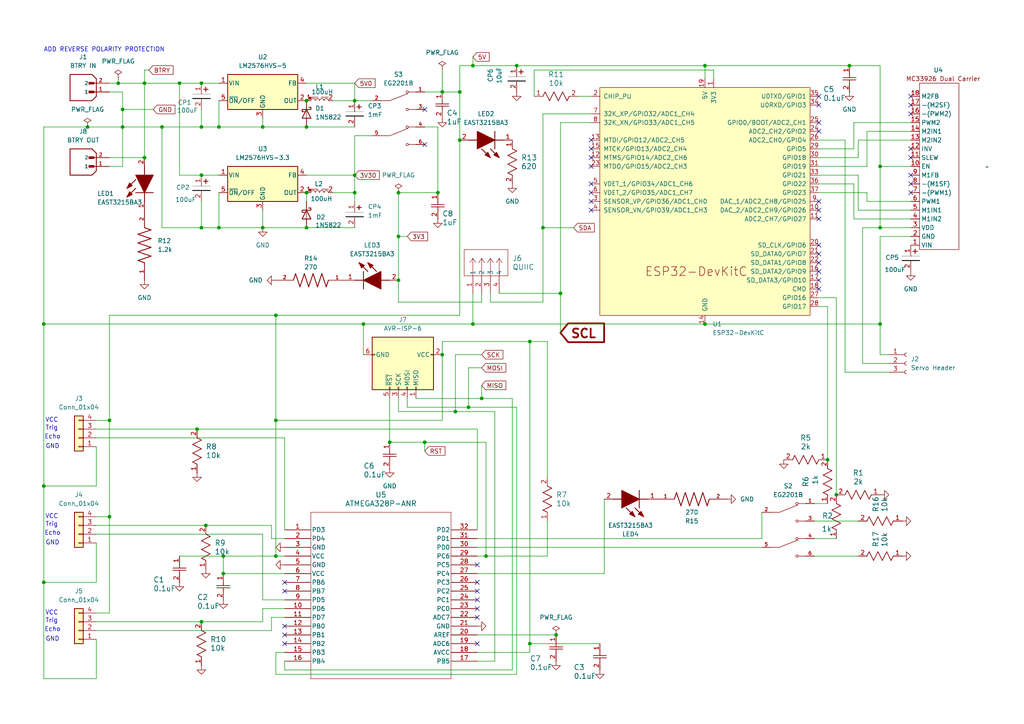
<source format=kicad_sch>
(kicad_sch (version 20231120) (generator "eeschema") (generator_version "8.0")
  (paper "A4")
  (title_block (title "PCB Version 2.0") (date "2025-02-09") (rev "0.1"))
  (junction (at 63.5 36.83))
  (junction (at 64.77 161.29))
  (junction (at 115.57 81.28))
  (junction (at 153.67 99.06))
  (junction (at 242.57 143.51))
  (junction (at 149.86 19.05))
  (junction (at 157.48 66.04))
  (junction (at 255.27 93.98))
  (junction (at 80.01 91.44))
  (junction (at 64.77 166.37))
  (junction (at 41.91 45.72))
  (junction (at 88.9 55.88))
  (junction (at 41.91 24.13))
  (junction (at 255.27 48.26))
  (junction (at 63.5 66.04))
  (junction (at 35.56 36.83))
  (junction (at 58.42 36.83))
  (junction (at 246.38 19.05))
  (junction (at 58.42 50.8))
  (junction (at 58.42 66.04))
  (junction (at 161.29 184.15))
  (junction (at 137.16 93.98))
  (junction (at 204.47 93.98))
  (junction (at 105.41 93.98))
  (junction (at 135.89 118.11))
  (junction (at 12.7 140.97))
  (junction (at 128.27 26.67))
  (junction (at 127 55.88))
  (junction (at 76.2 66.04))
  (junction (at 59.69 152.4))
  (junction (at 34.29 24.13))
  (junction (at 58.42 24.13))
  (junction (at 132.08 119.38))
  (junction (at 255.27 66.04))
  (junction (at 88.9 66.04))
  (junction (at 123.19 128.27))
  (junction (at 139.7 115.57))
  (junction (at 204.47 19.05))
  (junction (at 115.57 68.58))
  (junction (at 133.35 26.67))
  (junction (at 153.67 186.69))
  (junction (at 162.56 85.09))
  (junction (at 140.97 161.29))
  (junction (at 31.75 149.86))
  (junction (at 102.87 29.21))
  (junction (at 12.7 168.91))
  (junction (at 133.35 40.64))
  (junction (at 102.87 55.88))
  (junction (at 80.01 161.29))
  (junction (at 12.7 93.98))
  (junction (at 57.15 124.46))
  (junction (at 240.03 133.35))
  (junction (at 88.9 36.83))
  (junction (at 88.9 29.21))
  (junction (at 76.2 36.83))
  (junction (at 58.42 180.34))
  (junction (at 46.99 36.83))
  (junction (at 115.57 55.88))
  (junction (at 31.75 121.92))
  (junction (at 25.4 36.83))
  (junction (at 35.56 31.75))
  (junction (at 80.01 121.92))
  (junction (at 113.03 128.27))
  (junction (at 52.07 24.13))
  (junction (at 128.27 102.87))
  (junction (at 102.87 50.8))
  (junction (at 137.16 19.05))
  (no_connect (at 264.16 33.02))
  (no_connect (at 171.45 60.96))
  (no_connect (at 237.49 58.42))
  (no_connect (at 237.49 27.94))
  (no_connect (at 264.16 45.72))
  (no_connect (at 82.55 186.69))
  (no_connect (at 237.49 73.66))
  (no_connect (at 138.43 179.07))
  (no_connect (at 171.45 48.26))
  (no_connect (at 171.45 45.72))
  (no_connect (at 237.49 71.12))
  (no_connect (at 237.49 78.74))
  (no_connect (at 171.45 53.34))
  (no_connect (at 237.49 83.82))
  (no_connect (at 237.49 30.48))
  (no_connect (at 264.16 50.8))
  (no_connect (at 264.16 53.34))
  (no_connect (at 82.55 171.45))
  (no_connect (at 171.45 43.18))
  (no_connect (at 138.43 163.83))
  (no_connect (at 264.16 43.18))
  (no_connect (at 237.49 60.96))
  (no_connect (at 138.43 171.45))
  (no_connect (at 264.16 55.88))
  (no_connect (at 123.19 41.91))
  (no_connect (at 264.16 27.94))
  (no_connect (at 138.43 168.91))
  (no_connect (at 123.19 31.75))
  (no_connect (at 171.45 40.64))
  (no_connect (at 171.45 58.42))
  (no_connect (at 82.55 181.61))
  (no_connect (at 264.16 30.48))
  (no_connect (at 237.49 63.5))
  (no_connect (at 237.49 38.1))
  (no_connect (at 82.55 168.91))
  (no_connect (at 171.45 55.88))
  (no_connect (at 138.43 176.53))
  (no_connect (at 237.49 35.56))
  (no_connect (at 138.43 173.99))
  (no_connect (at 237.49 81.28))
  (no_connect (at 237.49 76.2))
  (no_connect (at 138.43 186.69))
  (no_connect (at 82.55 184.15))
  (wire (pts (xy 247.65 35.56) (xy 264.16 35.56)))
  (wire (pts (xy 76.2 34.29) (xy 76.2 36.83)))
  (wire (pts (xy 82.55 191.77) (xy 82.55 194.31)))
  (wire (pts (xy 34.29 22.86) (xy 34.29 24.13)))
  (wire (pts (xy 76.2 66.04) (xy 88.9 66.04)))
  (wire (pts (xy 27.94 152.4) (xy 59.69 152.4)))
  (wire (pts (xy 27.94 154.94) (xy 76.2 154.94)))
  (wire (pts (xy 264.16 48.26) (xy 255.27 48.26)))
  (wire (pts (xy 46.99 36.83) (xy 58.42 36.83)))
  (wire (pts (xy 237.49 45.72) (xy 248.92 45.72)))
  (wire (pts (xy 31.75 121.92) (xy 31.75 91.44)))
  (wire (pts (xy 78.74 152.4) (xy 78.74 156.21)))
  (wire (pts (xy 115.57 68.58) (xy 115.57 55.88)))
  (wire (pts (xy 132.08 119.38) (xy 115.57 119.38)))
  (wire (pts (xy 245.11 107.95) (xy 257.81 107.95)))
  (wire (pts (xy 12.7 140.97) (xy 27.94 140.97)))
  (wire (pts (xy 157.48 87.63) (xy 142.24 87.63)))
  (wire (pts (xy 128.27 102.87) (xy 128.27 121.92)))
  (wire (pts (xy 88.9 24.13) (xy 102.87 24.13)))
  (wire (pts (xy 137.16 16.51) (xy 137.16 19.05)))
  (wire (pts (xy 154.94 20.32) (xy 207.01 20.32)))
  (wire (pts (xy 41.91 45.72) (xy 41.91 24.13)))
  (wire (pts (xy 162.56 35.56) (xy 162.56 85.09)))
  (wire (pts (xy 142.24 87.63) (xy 142.24 85.09)))
  (wire (pts (xy 88.9 50.8) (xy 102.87 50.8)))
  (wire (pts (xy 80.01 121.92) (xy 80.01 161.29)))
  (wire (pts (xy 102.87 39.37) (xy 102.87 50.8)))
  (wire (pts (xy 138.43 161.29) (xy 140.97 161.29)))
  (wire (pts (xy 138.43 189.23) (xy 153.67 189.23)))
  (wire (pts (xy 115.57 115.57) (xy 115.57 119.38)))
  (wire (pts (xy 52.07 24.13) (xy 58.42 24.13)))
  (wire (pts (xy 149.86 195.58) (xy 80.01 195.58)))
  (wire (pts (xy 27.94 182.88) (xy 78.74 182.88)))
  (wire (pts (xy 128.27 99.06) (xy 128.27 102.87)))
  (wire (pts (xy 31.75 121.92) (xy 31.75 149.86)))
  (wire (pts (xy 128.27 26.67) (xy 133.35 26.67)))
  (wire (pts (xy 255.27 102.87) (xy 255.27 93.98)))
  (wire (pts (xy 153.67 186.69) (xy 153.67 99.06)))
  (wire (pts (xy 248.92 45.72) (xy 248.92 40.64)))
  (wire (pts (xy 76.2 180.34) (xy 76.2 176.53)))
  (wire (pts (xy 157.48 33.02) (xy 157.48 66.04)))
  (wire (pts (xy 64.77 166.37) (xy 82.55 166.37)))
  (wire (pts (xy 80.01 121.92) (xy 128.27 121.92)))
  (wire (pts (xy 12.7 168.91) (xy 12.7 196.85)))
  (wire (pts (xy 139.7 106.68) (xy 135.89 106.68)))
  (wire (pts (xy 127 55.88) (xy 115.57 55.88)))
  (wire (pts (xy 12.7 93.98) (xy 105.41 93.98)))
  (wire (pts (xy 27.94 185.42) (xy 27.94 196.85)))
  (wire (pts (xy 255.27 93.98) (xy 204.47 93.98)))
  (wire (pts (xy 34.29 24.13) (xy 41.91 24.13)))
  (wire (pts (xy 76.2 60.96) (xy 76.2 66.04)))
  (wire (pts (xy 236.22 161.29) (xy 248.92 161.29)))
  (wire (pts (xy 175.26 166.37) (xy 138.43 166.37)))
  (wire (pts (xy 139.7 85.09) (xy 139.7 87.63)))
  (wire (pts (xy 44.45 31.75) (xy 35.56 31.75)))
  (wire (pts (xy 242.57 156.21) (xy 236.22 156.21)))
  (wire (pts (xy 138.43 158.75) (xy 220.98 158.75)))
  (wire (pts (xy 242.57 86.36) (xy 242.57 143.51)))
  (wire (pts (xy 237.49 43.18) (xy 247.65 43.18)))
  (wire (pts (xy 58.42 58.42) (xy 58.42 66.04)))
  (wire (pts (xy 46.99 66.04) (xy 46.99 36.83)))
  (wire (pts (xy 140.97 128.27) (xy 140.97 161.29)))
  (wire (pts (xy 12.7 36.83) (xy 12.7 93.98)))
  (wire (pts (xy 43.18 20.32) (xy 41.91 20.32)))
  (wire (pts (xy 115.57 81.28) (xy 115.57 68.58)))
  (wire (pts (xy 255.27 48.26) (xy 255.27 66.04)))
  (wire (pts (xy 153.67 189.23) (xy 153.67 186.69)))
  (wire (pts (xy 12.7 140.97) (xy 12.7 168.91)))
  (wire (pts (xy 162.56 96.52) (xy 162.56 85.09)))
  (wire (pts (xy 115.57 87.63) (xy 115.57 81.28)))
  (wire (pts (xy 158.75 138.43) (xy 158.75 99.06)))
  (wire (pts (xy 245.11 40.64) (xy 245.11 107.95)))
  (wire (pts (xy 58.42 50.8) (xy 52.07 50.8)))
  (wire (pts (xy 167.64 27.94) (xy 171.45 27.94)))
  (wire (pts (xy 102.87 55.88) (xy 96.52 55.88)))
  (wire (pts (xy 35.56 36.83) (xy 46.99 36.83)))
  (wire (pts (xy 257.81 102.87) (xy 255.27 102.87)))
  (wire (pts (xy 63.5 36.83) (xy 76.2 36.83)))
  (wire (pts (xy 96.52 29.21) (xy 102.87 29.21)))
  (wire (pts (xy 58.42 24.13) (xy 63.5 24.13)))
  (wire (pts (xy 12.7 196.85) (xy 27.94 196.85)))
  (wire (pts (xy 127 36.83) (xy 127 55.88)))
  (wire (pts (xy 58.42 66.04) (xy 46.99 66.04)))
  (wire (pts (xy 35.56 26.67) (xy 35.56 31.75)))
  (wire (pts (xy 237.49 55.88) (xy 251.46 55.88)))
  (wire (pts (xy 76.2 176.53) (xy 82.55 176.53)))
  (wire (pts (xy 138.43 124.46) (xy 138.43 153.67)))
  (wire (pts (xy 102.87 24.13) (xy 102.87 29.21)))
  (wire (pts (xy 58.42 66.04) (xy 63.5 66.04)))
  (wire (pts (xy 80.01 161.29) (xy 82.55 161.29)))
  (wire (pts (xy 113.03 128.27) (xy 123.19 128.27)))
  (wire (pts (xy 248.92 50.8) (xy 248.92 60.96)))
  (wire (pts (xy 88.9 66.04) (xy 102.87 66.04)))
  (wire (pts (xy 118.11 115.57) (xy 118.11 118.11)))
  (wire (pts (xy 58.42 180.34) (xy 76.2 180.34)))
  (wire (pts (xy 237.49 53.34) (xy 247.65 53.34)))
  (wire (pts (xy 27.94 157.48) (xy 27.94 168.91)))
  (wire (pts (xy 257.81 105.41) (xy 250.19 105.41)))
  (wire (pts (xy 31.75 149.86) (xy 31.75 177.8)))
  (wire (pts (xy 31.75 24.13) (xy 34.29 24.13)))
  (wire (pts (xy 78.74 182.88) (xy 78.74 179.07)))
  (wire (pts (xy 120.65 115.57) (xy 139.7 115.57)))
  (wire (pts (xy 58.42 31.75) (xy 58.42 36.83)))
  (wire (pts (xy 139.7 111.76) (xy 139.7 115.57)))
  (wire (pts (xy 102.87 58.42) (xy 102.87 55.88)))
  (wire (pts (xy 139.7 102.87) (xy 132.08 102.87)))
  (wire (pts (xy 78.74 156.21) (xy 82.55 156.21)))
  (wire (pts (xy 158.75 99.06) (xy 153.67 99.06)))
  (wire (pts (xy 123.19 128.27) (xy 140.97 128.27)))
  (wire (pts (xy 255.27 66.04) (xy 264.16 66.04)))
  (wire (pts (xy 135.89 118.11) (xy 149.86 118.11)))
  (wire (pts (xy 158.75 151.13) (xy 158.75 161.29)))
  (wire (pts (xy 35.56 36.83) (xy 25.4 36.83)))
  (wire (pts (xy 137.16 85.09) (xy 137.16 93.98)))
  (wire (pts (xy 102.87 29.21) (xy 107.95 29.21)))
  (wire (pts (xy 52.07 161.29) (xy 64.77 161.29)))
  (wire (pts (xy 58.42 50.8) (xy 63.5 50.8)))
  (wire (pts (xy 105.41 93.98) (xy 137.16 93.98)))
  (wire (pts (xy 250.19 66.04) (xy 255.27 66.04)))
  (wire (pts (xy 63.5 29.21) (xy 63.5 36.83)))
  (wire (pts (xy 248.92 40.64) (xy 264.16 40.64)))
  (wire (pts (xy 237.49 88.9) (xy 240.03 88.9)))
  (wire (pts (xy 113.03 115.57) (xy 113.03 128.27)))
  (wire (pts (xy 80.01 195.58) (xy 80.01 189.23)))
  (wire (pts (xy 128.27 20.32) (xy 128.27 26.67)))
  (wire (pts (xy 143.51 119.38) (xy 132.08 119.38)))
  (wire (pts (xy 143.51 191.77) (xy 143.51 119.38)))
  (wire (pts (xy 242.57 86.36) (xy 237.49 86.36)))
  (wire (pts (xy 31.75 45.72) (xy 41.91 45.72)))
  (wire (pts (xy 12.7 93.98) (xy 12.7 140.97)))
  (wire (pts (xy 139.7 87.63) (xy 115.57 87.63)))
  (wire (pts (xy 41.91 24.13) (xy 52.07 24.13)))
  (wire (pts (xy 236.22 151.13) (xy 248.92 151.13)))
  (wire (pts (xy 118.11 68.58) (xy 115.57 68.58)))
  (wire (pts (xy 133.35 26.67) (xy 133.35 19.05)))
  (wire (pts (xy 138.43 156.21) (xy 220.98 156.21)))
  (wire (pts (xy 82.55 173.99) (xy 76.2 173.99)))
  (wire (pts (xy 80.01 91.44) (xy 80.01 121.92)))
  (wire (pts (xy 63.5 66.04) (xy 76.2 66.04)))
  (wire (pts (xy 76.2 36.83) (xy 88.9 36.83)))
  (wire (pts (xy 76.2 173.99) (xy 76.2 154.94)))
  (wire (pts (xy 247.65 53.34) (xy 247.65 63.5)))
  (wire (pts (xy 25.4 36.83) (xy 12.7 36.83)))
  (wire (pts (xy 27.94 129.54) (xy 27.94 140.97)))
  (wire (pts (xy 251.46 48.26) (xy 251.46 38.1)))
  (wire (pts (xy 153.67 186.69) (xy 173.99 186.69)))
  (wire (pts (xy 78.74 179.07) (xy 82.55 179.07)))
  (wire (pts (xy 123.19 26.67) (xy 128.27 26.67)))
  (wire (pts (xy 88.9 36.83) (xy 102.87 36.83)))
  (wire (pts (xy 31.75 177.8) (xy 27.94 177.8)))
  (wire (pts (xy 41.91 20.32) (xy 41.91 24.13)))
  (wire (pts (xy 162.56 85.09) (xy 144.78 85.09)))
  (wire (pts (xy 27.94 149.86) (xy 31.75 149.86)))
  (wire (pts (xy 251.46 55.88) (xy 251.46 58.42)))
  (wire (pts (xy 137.16 93.98) (xy 204.47 93.98)))
  (wire (pts (xy 123.19 36.83) (xy 127 36.83)))
  (wire (pts (xy 149.86 118.11) (xy 149.86 195.58)))
  (wire (pts (xy 105.41 93.98) (xy 105.41 102.87)))
  (wire (pts (xy 31.75 91.44) (xy 80.01 91.44)))
  (wire (pts (xy 250.19 105.41) (xy 250.19 66.04)))
  (wire (pts (xy 133.35 19.05) (xy 137.16 19.05)))
  (wire (pts (xy 118.11 118.11) (xy 135.89 118.11)))
  (wire (pts (xy 27.94 127) (xy 82.55 127)))
  (wire (pts (xy 31.75 48.26) (xy 35.56 48.26)))
  (wire (pts (xy 237.49 50.8) (xy 248.92 50.8)))
  (wire (pts (xy 31.75 26.67) (xy 35.56 26.67)))
  (wire (pts (xy 171.45 35.56) (xy 162.56 35.56)))
  (wire (pts (xy 240.03 88.9) (xy 240.03 133.35)))
  (wire (pts (xy 102.87 50.8) (xy 102.87 55.88)))
  (wire (pts (xy 12.7 168.91) (xy 27.94 168.91)))
  (wire (pts (xy 80.01 189.23) (xy 82.55 189.23)))
  (wire (pts (xy 247.65 43.18) (xy 247.65 35.56)))
  (wire (pts (xy 248.92 60.96) (xy 264.16 60.96)))
  (wire (pts (xy 148.59 115.57) (xy 139.7 115.57)))
  (wire (pts (xy 240.03 146.05) (xy 236.22 146.05)))
  (wire (pts (xy 251.46 38.1) (xy 264.16 38.1)))
  (wire (pts (xy 135.89 106.68) (xy 135.89 118.11)))
  (wire (pts (xy 27.94 180.34) (xy 58.42 180.34)))
  (wire (pts (xy 82.55 194.31) (xy 148.59 194.31)))
  (wire (pts (xy 58.42 36.83) (xy 63.5 36.83)))
  (wire (pts (xy 82.55 127) (xy 82.55 153.67)))
  (wire (pts (xy 35.56 48.26) (xy 35.56 36.83)))
  (wire (pts (xy 137.16 19.05) (xy 149.86 19.05)))
  (wire (pts (xy 204.47 19.05) (xy 204.47 22.86)))
  (wire (pts (xy 247.65 63.5) (xy 264.16 63.5)))
  (wire (pts (xy 138.43 191.77) (xy 143.51 191.77)))
  (wire (pts (xy 132.08 102.87) (xy 132.08 119.38)))
  (wire (pts (xy 27.94 124.46) (xy 57.15 124.46)))
  (wire (pts (xy 35.56 31.75) (xy 35.56 36.83)))
  (wire (pts (xy 264.16 68.58) (xy 255.27 68.58)))
  (wire (pts (xy 246.38 19.05) (xy 204.47 19.05)))
  (wire (pts (xy 31.75 121.92) (xy 27.94 121.92)))
  (wire (pts (xy 107.95 39.37) (xy 102.87 39.37)))
  (wire (pts (xy 133.35 26.67) (xy 133.35 40.64)))
  (wire (pts (xy 88.9 55.88) (xy 88.9 58.42)))
  (wire (pts (xy 255.27 68.58) (xy 255.27 93.98)))
  (wire (pts (xy 171.45 33.02) (xy 157.48 33.02)))
  (wire (pts (xy 128.27 99.06) (xy 153.67 99.06)))
  (wire (pts (xy 52.07 24.13) (xy 52.07 50.8)))
  (wire (pts (xy 154.94 27.94) (xy 154.94 20.32)))
  (wire (pts (xy 157.48 66.04) (xy 157.48 87.63)))
  (wire (pts (xy 255.27 19.05) (xy 255.27 48.26)))
  (wire (pts (xy 63.5 55.88) (xy 63.5 66.04)))
  (wire (pts (xy 237.49 40.64) (xy 245.11 40.64)))
  (wire (pts (xy 64.77 161.29) (xy 64.77 166.37)))
  (wire (pts (xy 149.86 19.05) (xy 204.47 19.05)))
  (wire (pts (xy 123.19 130.81) (xy 123.19 128.27)))
  (wire (pts (xy 148.59 194.31) (xy 148.59 115.57)))
  (wire (pts (xy 220.98 156.21) (xy 220.98 148.59)))
  (wire (pts (xy 59.69 152.4) (xy 78.74 152.4)))
  (wire (pts (xy 251.46 58.42) (xy 264.16 58.42)))
  (wire (pts (xy 255.27 19.05) (xy 246.38 19.05)))
  (wire (pts (xy 57.15 124.46) (xy 138.43 124.46)))
  (wire (pts (xy 166.37 66.04) (xy 157.48 66.04)))
  (wire (pts (xy 158.75 161.29) (xy 140.97 161.29)))
  (wire (pts (xy 237.49 48.26) (xy 251.46 48.26)))
  (wire (pts (xy 133.35 91.44) (xy 133.35 40.64)))
  (wire (pts (xy 64.77 161.29) (xy 80.01 161.29)))
  (wire (pts (xy 138.43 184.15) (xy 161.29 184.15)))
  (wire (pts (xy 207.01 20.32) (xy 207.01 22.86)))
  (wire (pts (xy 175.26 144.78) (xy 175.26 166.37)))
  (wire (pts (xy 80.01 91.44) (xy 133.35 91.44)))
  (text "GND" (at 15.24 185.42 0) (effects (font (size 1.27 1.27))))
  (text "Echo\n" (at 15.24 182.626 0) (effects (font (size 1.27 1.27))))
  (text "VCC" (at 14.986 177.8 0) (effects (font (size 1.27 1.27))))
  (text "Echo\n" (at 15.24 154.686 0) (effects (font (size 1.27 1.27))))
  (text "VCC" (at 14.986 121.92 0) (effects (font (size 1.27 1.27))))
  (text "Echo\n" (at 15.24 126.746 0) (effects (font (size 1.27 1.27))))
  (text "GND" (at 15.24 129.54 0) (effects (font (size 1.27 1.27))))
  (text "VCC" (at 14.986 149.86 0) (effects (font (size 1.27 1.27))))
  (text "GND" (at 15.24 157.48 0) (effects (font (size 1.27 1.27))))
  (text "Trig" (at 14.986 152.146 0) (effects (font (size 1.27 1.27))))
  (text "Trig" (at 14.986 180.086 0) (effects (font (size 1.27 1.27))))
  (text "ADD REVERSE POLARITY PROTECTION" (at 30.226 14.478 0) (effects (font (size 1.27 1.27))))
  (text "Trig" (at 14.986 124.206 0) (effects (font (size 1.27 1.27))))
  (global_label "5V" (shape input) (at 137.16 16.51 0) (property "Intersheetrefs" "${INTERSHEET_REFS}" (effects (hide yes))))
  (global_label "BTRY" (shape input) (at 43.18 20.32 0) (property "Intersheetrefs" "${INTERSHEET_REFS}" (effects (hide yes))))
  (global_label "SDA" (shape input) (at 166.37 66.04 0) (property "Intersheetrefs" "${INTERSHEET_REFS}" (effects (hide yes))))
  (global_label "3V30" (shape input) (at 102.87 50.8 0) (property "Intersheetrefs" "${INTERSHEET_REFS}" (effects (hide yes))))
  (global_label "3V3" (shape input) (at 118.11 68.58 0) (property "Intersheetrefs" "${INTERSHEET_REFS}" (effects (hide yes))))
  (global_label "SCL" (shape input) (at 162.56 96.52 0) (effects (font (size 2.54 2.54) (thickness 0.508) (bold yes))) (property "Intersheetrefs" "${INTERSHEET_REFS}" (effects (hide yes))))
  (global_label "MISO" (shape input) (at 139.7 111.76 0) (property "Intersheetrefs" "${INTERSHEET_REFS}" (effects (hide yes))))
  (global_label "RST" (shape input) (at 123.19 130.81 0) (property "Intersheetrefs" "${INTERSHEET_REFS}" (effects (hide yes))))
  (global_label "SCK" (shape input) (at 139.7 102.87 0) (property "Intersheetrefs" "${INTERSHEET_REFS}" (effects (hide yes))))
  (global_label "GND" (shape input) (at 44.45 31.75 0) (property "Intersheetrefs" "${INTERSHEET_REFS}" (effects (hide yes))))
  (global_label "5V0" (shape input) (at 102.87 24.13 0) (property "Intersheetrefs" "${INTERSHEET_REFS}" (effects (hide yes))))
  (global_label "MOSI" (shape input) (at 139.7 106.68 0) (property "Intersheetrefs" "${INTERSHEET_REFS}" (effects (hide yes))))
  (symbol (lib_id "Connector:AVR-ISP-6") (at 115.57 105.41 270) (unit 1)
    (property "Reference" "J7" (at 116.84 92.71 90))
    (property "Value" "AVR-ISP-6" (at 116.84 95.25 90))
    (property "Footprint" "Connector_IDC:IDC-Header_2x03_P2.54mm_Vertical" (effects (hide yes)))
    (property "Description" "Atmel 6-pin ISP connector" (effects (hide yes)))
  )
  (symbol (lib_id "power:GND") (at 264.16 78.74 0) (unit 1)
    (property "Reference" "#PWR014" (effects (hide yes)))
    (property "Value" "GND" (at 264.16 83.82 0))
    (property "Description" "Power symbol creates a global label with name \"GND\" , ground" (effects (hide yes)))
  )
  (symbol (lib_id "Regulator_Switching:LM2576HVS-5") (at 76.2 26.67 0) (unit 1)
    (property "Reference" "U2" (at 76.2 16.51 0))
    (property "Value" "LM2576HVS-5" (at 76.2 19.05 0))
    (property "Footprint" "Package_TO_SOT_SMD:TO-263-5_TabPin3" (effects (hide yes)))
    (property "Datasheet" "http://www.ti.com/lit/ds/symlink/lm2576.pdf" (effects (hide yes)))
    (property "Description" "5V 3A, SIMPLE SWITCHER® Step-Down Voltage Regulator, High Voltage Input, TO-263" (effects (hide yes)))
  )
  (symbol (lib_id "power:GND") (at 59.69 165.1 0) (unit 1)
    (property "Reference" "#PWR012" (effects (hide yes)))
    (property "Value" "GND" (effects (hide yes)))
    (property "Description" "Power symbol creates a global label with name \"GND\" , ground" (effects (hide yes)))
  )
  (symbol (lib_id "Connector_Generic:Conn_01x04") (at 22.86 154.94 180) (unit 1)
    (property "Reference" "J4" (at 22.86 143.51 0))
    (property "Value" "Conn_01x04" (at 22.86 146.05 0))
    (property "Footprint" "Connector_PinHeader_2.54mm:PinHeader_1x04_P2.54mm_Vertical" (effects (hide yes)))
    (property "Description" "Generic connector, single row, 01x04, script generated (kicad-library-utils/schlib/autogen/connector/)" (effects (hide yes)))
  )
  (symbol (lib_id "cap_murata_0603:GCM188R71C104KA37D") (at 246.38 19.05 270) (unit 1)
    (property "Reference" "C5" (at 238.76 25.908 90) (effects (font (size 1.524 1.524)) (justify left)))
    (property "Value" "0.1uF" (at 238.76 28.448 90) (effects (font (size 1.524 1.524)) (justify left)))
    (property "Footprint" "cap_murata_0603:G-188_MUR-L" (effects (hide yes)))
    (property "Datasheet" "GCM188R71C104KA37D" (effects (hide yes)))
  )
  (symbol (lib_id "power:GND") (at 261.62 161.29 90) (unit 1)
    (property "Reference" "#PWR021" (effects (hide yes)))
    (property "Value" "GND" (effects (hide yes)))
    (property "Description" "Power symbol creates a global label with name \"GND\" , ground" (effects (hide yes)))
  )
  (symbol (lib_id "Regulator_Switching:LM2576HVS-3.3") (at 76.2 53.34 0) (unit 1)
    (property "Reference" "U3" (at 76.2 43.18 0))
    (property "Value" "LM2576HVS-3.3" (at 76.2 45.72 0))
    (property "Footprint" "Package_TO_SOT_SMD:TO-263-5_TabPin3" (effects (hide yes)))
    (property "Datasheet" "http://www.ti.com/lit/ds/symlink/lm2576.pdf" (effects (hide yes)))
    (property "Description" "3.3V, 3A, SIMPLE SWITCHER® Step-Down Voltage Regulator, High Voltage Input, TO-263" (effects (hide yes)))
  )
  (symbol (lib_id "power:GND") (at 210.82 144.78 90) (unit 1)
    (property "Reference" "#PWR019" (effects (hide yes)))
    (property "Value" "GND" (at 214.63 144.7801 90) (effects (justify right)))
    (property "Description" "Power symbol creates a global label with name \"GND\" , ground" (effects (hide yes)))
  )
  (symbol (lib_id "atmega328p-anr:ATMEGA328P-ANR") (at 82.55 153.67 0) (unit 1)
    (property "Reference" "U5" (at 110.49 143.51 0) (effects (font (size 1.524 1.524))))
    (property "Value" "ATMEGA328P-ANR" (at 110.49 146.05 0) (effects (font (size 1.524 1.524))))
    (property "Footprint" "atmega328p-anr:32A_ATM-L" (effects (hide yes)))
    (property "Datasheet" "ATMEGA328P-ANR" (effects (hide yes)))
  )
  (symbol (lib_id "Diode:1N5822") (at 88.9 33.02 270) (unit 1)
    (property "Reference" "D1" (at 91.44 31.4324 90) (effects (justify left)))
    (property "Value" "1N5822" (at 91.44 33.9724 90) (effects (justify left)))
    (property "Footprint" "Diode_THT:D_DO-201AD_P15.24mm_Horizontal" (effects (hide yes)))
    (property "Datasheet" "http://www.vishay.com/docs/88526/1n5820.pdf" (effects (hide yes)))
    (property "Description" "40V 3A Schottky Barrier Rectifier Diode, DO-201AD" (effects (hide yes)))
  )
  (symbol (lib_id "quiic_jst:SM04B-SRSS-TB") (at 137.16 85.09 90) (unit 1)
    (property "Reference" "J6" (at 148.59 74.9299 90) (effects (font (size 1.524 1.524)) (justify right)))
    (property "Value" "QUIIC" (at 148.59 77.4699 90) (effects (font (size 1.524 1.524)) (justify right)))
    (property "Footprint" "quiic_jst:CONN_SM04B-SRSS-TB_JST" (effects (hide yes)))
    (property "Datasheet" "SM04B-SRSS-TB" (effects (hide yes)))
  )
  (symbol (lib_id "WurthE_inductors:1245_7447715101") (at 92.71 29.21 0) (unit 1)
    (property "Reference" "L1" (at 92.71 25.146 0))
    (property "Value" "100uH" (at 93.472 26.67 0))
    (property "Footprint" "WE-PD:L_Wurth_WE-PD-1245" (effects (hide yes)))
    (property "Datasheet" "https://www.we-online.com/catalog/datasheet/7447715101.pdf?ki" (effects (hide yes)))
    (property "Description" "WE-PD SMT Power Inductor" (effects (hide yes)))
    (property "Manufacturer" "Wurth Elektronik" (effects (hide yes)))
    (property "Manufacturer URL" "https://www.we-online.com" (effects (hide yes)))
    (property "Published Date" "20241205" (effects (hide yes)))
    (property "Match Code" "WE-PD" (effects (hide yes)))
    (property "Part Number" "7447715101" (effects (hide yes)))
    (property "Size" "1245" (effects (hide yes)))
    (property "Mounting Technology" "SMT" (effects (hide yes)))
    (property "L (µH)" "100.0" (effects (hide yes)))
    (property "IRP,40K (A)" "1.95" (effects (hide yes)))
    (property "ISAT (A)" "1.4" (effects (hide yes)))
    (property "RDC max. (mΩ)" "270.0" (effects (hide yes)))
    (property "fres (MHz)" "6.9" (effects (hide yes)))
    (property "Version" "Standard" (effects (hide yes)))
  )
  (symbol (lib_id "Connector:Conn_01x03_Socket") (at 262.89 105.41 0) (unit 1)
    (property "Reference" "J2" (at 264.16 104.1399 0) (effects (justify left)))
    (property "Value" "Servo Header" (at 264.16 106.6799 0) (effects (justify left)))
    (property "Footprint" "Connector_PinSocket_2.54mm:PinSocket_1x03_P2.54mm_Vertical" (effects (hide yes)))
    (property "Description" "Generic connector, single row, 01x03, script generated" (effects (hide yes)))
  )
  (symbol (lib_id "R_SMD:CR0805-10W-2001FT") (at 240.03 146.05 90) (unit 1)
    (property "Reference" "R6" (at 233.68 139.7 0) (effects (font (size 1.524 1.524))))
    (property "Value" "1k" (at 236.474 139.192 0) (effects (font (size 1.524 1.524))))
    (property "Footprint" "R_SMD:RES_CR0805_VEN-L" (effects (hide yes)))
    (property "Datasheet" "CR0805-10W-2001FT" (effects (hide yes)))
  )
  (symbol (lib_id "WurthE:D5L5.5_875105242010") (at 58.42 27.94 90) (mirror x) (unit 1)
    (property "Reference" "CP1" (at 51.562 29.718 90) (effects (justify right)))
    (property "Value" "100uF" (at 51.308 32.004 90) (effects (justify right)))
    (property "Footprint" "WurthE:CP_Wurth_WCAP-PSLP-D5L5.5" (effects (hide yes)))
    (property "Datasheet" "https://www.we-online.com/catalog/datasheet/875105242010.pdf?ki" (effects (hide yes)))
    (property "Description" "Aluminum Polymer Capacitors Low Profile" (effects (hide yes)))
    (property "Manufacturer" "Wurth Elektronik" (effects (hide yes)))
    (property "Manufacturer URL" "https://www.we-online.com" (effects (hide yes)))
    (property "Published Date" "20250102" (effects (hide yes)))
    (property "Match Code" "WCAP-PSLP" (effects (hide yes)))
    (property "Part Number" "875105242010" (effects (hide yes)))
    (property "Size" "D5L5.5" (effects (hide yes)))
    (property "Mounting Technology" "SMT" (effects (hide yes)))
    (property "Endurance (h)" "2000" (effects (hide yes)))
    (property "Operating Temperature" "-55 °C up to +105 °C" (effects (hide yes)))
    (property "IRIPPLE (mA)" "1970" (effects (hide yes)))
    (property "RESR (mΩ)" "30" (effects (hide yes)))
    (property "ILeak (µA)" "300" (effects (hide yes)))
    (property "DF (%)" "8" (effects (hide yes)))
    (property "Ø D (mm)" "5.0" (effects (hide yes)))
    (property "L (mm)" "5.5" (effects (hide yes)))
  )
  (symbol (lib_id "WE-ASLI:D12.5L14_865080462016") (at 102.87 33.02 90) (mirror x) (unit 1)
    (property "Reference" "CP3" (at 106.68 30.7339 90) (effects (justify right)))
    (property "Value" "1mF" (at 106.68 33.2739 90) (effects (justify right)))
    (property "Footprint" "WurthE:CP_Wurth_WCAP-ASLI-D12.5L14" (effects (hide yes)))
    (property "Datasheet" "https://www.we-online.com/catalog/datasheet/865080462016.pdf?ki" (effects (hide yes)))
    (property "Description" "Aluminum Electrolytic Capacitors Low Impedance +105 °C" (effects (hide yes)))
    (property "Manufacturer" "Wurth Elektronik" (effects (hide yes)))
    (property "Manufacturer URL" "https://www.we-online.com" (effects (hide yes)))
    (property "Published Date" "20241231" (effects (hide yes)))
    (property "Match Code" "WCAP-ASLI" (effects (hide yes)))
    (property "Part Number" "865080462016" (effects (hide yes)))
    (property "Size" "D12.5L14" (effects (hide yes)))
    (property "Mounting Technology" "SMT" (effects (hide yes)))
    (property "C" "1000 µF" (effects (hide yes)))
    (property "VR (V (DC))" "25.0" (effects (hide yes)))
    (property "Endurance (h)" "5000" (effects (hide yes)))
    (property "Operating Temperature" "-55 °C up to +105 °C" (effects (hide yes)))
    (property "IRIPPLE (mA)" "1100.0" (effects (hide yes)))
    (property "Z (mΩ)" "80" (effects (hide yes)))
    (property "ILeak (µA)" "250.0" (effects (hide yes)))
    (property "DF (%)" "14" (effects (hide yes)))
    (property "Ø D (mm)" "12.5" (effects (hide yes)))
    (property "L (mm)" "14.0" (effects (hide yes)))
  )
  (symbol (lib_id "R_SMD:CR0805-10W-2001FT") (at 154.94 27.94 0) (unit 1)
    (property "Reference" "R11" (at 161.29 21.59 0) (effects (font (size 1.524 1.524))))
    (property "Value" "10k" (at 161.29 24.13 0) (effects (font (size 1.524 1.524))))
    (property "Footprint" "R_SMD:RES_CR0805_VEN-L" (effects (hide yes)))
    (property "Datasheet" "CR0805-10W-2001FT" (effects (hide yes)))
  )
  (symbol (lib_id "R_SMD:CR0805-10W-2001FT") (at 261.62 161.29 180) (unit 1)
    (property "Reference" "R17" (at 253.9999 158.75 90) (effects (font (size 1.524 1.524)) (justify right)))
    (property "Value" "10k" (at 256.5399 158.75 90) (effects (font (size 1.524 1.524)) (justify right)))
    (property "Footprint" "R_SMD:RES_CR0805_VEN-L" (effects (hide yes)))
    (property "Datasheet" "CR0805-10W-2001FT" (effects (hide yes)))
  )
  (symbol (lib_id "cap_murata_0603:GCM188R71C104KA37D") (at 64.77 166.37 270) (unit 1)
    (property "Reference" "C2" (at 57.15 173.228 90) (effects (font (size 1.524 1.524)) (justify left)))
    (property "Value" "0.1uF" (at 57.15 175.768 90) (effects (font (size 1.524 1.524)) (justify left)))
    (property "Footprint" "cap_murata_0603:G-188_MUR-L" (effects (hide yes)))
    (property "Datasheet" "GCM188R71C104KA37D" (effects (hide yes)))
  )
  (symbol (lib_id "power:GND") (at 255.27 143.51 90) (unit 1)
    (property "Reference" "#PWR025" (effects (hide yes)))
    (property "Value" "GND" (effects (hide yes)))
    (property "Description" "Power symbol creates a global label with name \"GND\" , ground" (effects (hide yes)))
  )
  (symbol (lib_id "cap_murata_0805:GRM21BR71C105KA01L") (at 127 55.88 270) (unit 1)
    (property "Reference" "C8" (at 128.27 61.976 90) (effects (font (size 1.524 1.524)) (justify left)))
    (property "Value" "1uF" (at 128.27 64.516 90) (effects (font (size 1.524 1.524)) (justify left)))
    (property "Footprint" "cap_murata_0805:CAP_GRM21_MUR-L" (effects (hide yes)))
    (property "Datasheet" "GRM21BR71C105KA01L" (effects (hide yes)))
  )
  (symbol (lib_id "R_panasonic_1206_270:ERJU08J271V") (at 200.66 144.78 0) (unit 1)
    (property "Reference" "R15" (at 200.66 151.13 0))
    (property "Value" "270" (at 200.66 148.59 0))
    (property "Footprint" "r_erj_270:RES_ERJU08J271V" (effects (hide yes)))
    (property "PARTREV" "3/1/2020" (effects (hide yes)))
    (property "STANDARD" "Manufacturer Recommendations" (effects (hide yes)))
    (property "MAXIMUM_PACKAGE_HEIGHT" "0.6 mm" (effects (hide yes)))
    (property "MANUFACTURER" "Panasonic" (effects (hide yes)))
  )
  (symbol (lib_id "WurthE:D5L5.5_875105242010") (at 58.42 54.61 90) (mirror x) (unit 1)
    (property "Reference" "CP2" (at 51.054 54.356 90) (effects (justify right)))
    (property "Value" "100uF" (at 50.8 57.912 90) (effects (justify right)))
    (property "Footprint" "WurthE:CP_Wurth_WCAP-PSLP-D5L5.5" (effects (hide yes)))
    (property "Datasheet" "https://www.we-online.com/catalog/datasheet/875105242010.pdf?ki" (effects (hide yes)))
    (property "Description" "Aluminum Polymer Capacitors Low Profile" (effects (hide yes)))
    (property "Manufacturer" "Wurth Elektronik" (effects (hide yes)))
    (property "Manufacturer URL" "https://www.we-online.com" (effects (hide yes)))
    (property "Published Date" "20250102" (effects (hide yes)))
    (property "Match Code" "WCAP-PSLP" (effects (hide yes)))
    (property "Part Number" "875105242010" (effects (hide yes)))
    (property "Size" "D5L5.5" (effects (hide yes)))
    (property "Mounting Technology" "SMT" (effects (hide yes)))
    (property "Endurance (h)" "2000" (effects (hide yes)))
    (property "Operating Temperature" "-55 °C up to +105 °C" (effects (hide yes)))
    (property "IRIPPLE (mA)" "1970" (effects (hide yes)))
    (property "RESR (mΩ)" "30" (effects (hide yes)))
    (property "ILeak (µA)" "300" (effects (hide yes)))
    (property "DF (%)" "8" (effects (hide yes)))
    (property "Ø D (mm)" "5.0" (effects (hide yes)))
    (property "L (mm)" "5.5" (effects (hide yes)))
  )
  (symbol (lib_id "JST_XH-A:B2B-XH-A") (at 24.13 45.72 180) (unit 1)
    (property "Reference" "J8" (at 24.13 38.1 0))
    (property "Value" "BTRY OUT" (at 24.13 40.64 0))
    (property "Footprint" "jst_xh:JST_B2B-XH-A" (effects (hide yes)))
    (property "PARTREV" "N/A" (effects (hide yes)))
    (property "STANDARD" "Manufacturer Recommendations" (effects (hide yes)))
    (property "MAXIMUM_PACKAGE_HEIGHT" "7 mm" (effects (hide yes)))
    (property "MANUFACTURER" "JST Sales America Inc." (effects (hide yes)))
  )
  (symbol (lib_id "power:GND") (at 246.38 26.67 0) (unit 1)
    (property "Reference" "#PWR07" (effects (hide yes)))
    (property "Value" "GND" (at 246.38 31.75 0))
    (property "Description" "Power symbol creates a global label with name \"GND\" , ground" (effects (hide yes)))
  )
  (symbol (lib_id "power:GND") (at 149.86 26.67 0) (unit 1)
    (property "Reference" "#PWR016" (effects (hide yes)))
    (property "Value" "GND" (effects (hide yes)))
    (property "Description" "Power symbol creates a global label with name \"GND\" , ground" (effects (hide yes)))
  )
  (symbol (lib_id "power:GND") (at 173.99 194.31 0) (unit 1)
    (property "Reference" "#PWR06" (effects (hide yes)))
    (property "Value" "GND" (effects (hide yes)))
    (property "Description" "Power symbol creates a global label with name \"GND\" , ground" (effects (hide yes)))
  )
  (symbol (lib_id "power:GND") (at 64.77 173.99 0) (unit 1)
    (property "Reference" "#PWR05" (effects (hide yes)))
    (property "Value" "GND" (effects (hide yes)))
    (property "Description" "Power symbol creates a global label with name \"GND\" , ground" (effects (hide yes)))
  )
  (symbol (lib_id "SW_eswitch_dpdt_eg2201:EG2201B") (at 228.6 153.67 0) (unit 1)
    (property "Reference" "S2" (at 228.6 140.97 0))
    (property "Value" "EG2201B" (at 228.6 143.51 0))
    (property "Footprint" "switch_eg2201_dpdt:SW_EG2201B" (effects (hide yes)))
    (property "PARTREV" "C" (effects (hide yes)))
    (property "STANDARD" "Manufacturer Recommendations" (effects (hide yes)))
    (property "SNAPEDA_PN" "EG2201B" (effects (hide yes)))
    (property "MAXIMUM_PACKAGE_HEIGHT" "17 mm" (effects (hide yes)))
    (property "MANUFACTURER" "E-Switch" (effects (hide yes)))
  )
  (symbol (lib_id "power:GND") (at 80.01 81.28 270) (unit 1)
    (property "Reference" "#PWR018" (effects (hide yes)))
    (property "Value" "GND" (at 76.2 81.2799 90) (effects (justify right)))
    (property "Description" "Power symbol creates a global label with name \"GND\" , ground" (effects (hide yes)))
  )
  (symbol (lib_id "power:GND") (at 82.55 158.75 270) (unit 1)
    (property "Reference" "#PWR04" (effects (hide yes)))
    (property "Value" "GND" (effects (hide yes)))
    (property "Description" "Power symbol creates a global label with name \"GND\" , ground" (effects (hide yes)))
  )
  (symbol (lib_id "power:GND") (at 138.43 181.61 90) (unit 1)
    (property "Reference" "#PWR09" (effects (hide yes)))
    (property "Value" "GND" (effects (hide yes)))
    (property "Description" "Power symbol creates a global label with name \"GND\" , ground" (effects (hide yes)))
  )
  (symbol (lib_id "cap_murata_0603:GCM188R71C104KA37D") (at 113.03 128.27 270) (unit 1)
    (property "Reference" "C6" (at 105.41 135.128 90) (effects (font (size 1.524 1.524)) (justify left)))
    (property "Value" "0.1uF" (at 105.41 137.668 90) (effects (font (size 1.524 1.524)) (justify left)))
    (property "Footprint" "cap_murata_0603:G-188_MUR-L" (effects (hide yes)))
    (property "Datasheet" "GCM188R71C104KA37D" (effects (hide yes)))
  )
  (symbol (lib_id "WurthE_inductors:1245_7447715101") (at 92.71 55.88 0) (unit 1)
    (property "Reference" "L2" (at 92.456 53.34 0))
    (property "Value" "100uH" (at 93.218 57.658 0))
    (property "Footprint" "WE-PD:L_Wurth_WE-PD-1245" (effects (hide yes)))
    (property "Datasheet" "https://www.we-online.com/catalog/datasheet/7447715101.pdf?ki" (effects (hide yes)))
    (property "Description" "WE-PD SMT Power Inductor" (effects (hide yes)))
    (property "Manufacturer" "Wurth Elektronik" (effects (hide yes)))
    (property "Manufacturer URL" "https://www.we-online.com" (effects (hide yes)))
    (property "Published Date" "20241205" (effects (hide yes)))
    (property "Match Code" "WE-PD" (effects (hide yes)))
    (property "Part Number" "7447715101" (effects (hide yes)))
    (property "Size" "1245" (effects (hide yes)))
    (property "Mounting Technology" "SMT" (effects (hide yes)))
    (property "L (µH)" "100.0" (effects (hide yes)))
    (property "IRP,40K (A)" "1.95" (effects (hide yes)))
    (property "ISAT (A)" "1.4" (effects (hide yes)))
    (property "RDC max. (mΩ)" "270.0" (effects (hide yes)))
    (property "fres (MHz)" "6.9" (effects (hide yes)))
    (property "Version" "Standard" (effects (hide yes)))
  )
  (symbol (lib_id "R_SMD:CR0805-10W-2001FT") (at 261.62 151.13 180) (unit 1)
    (property "Reference" "R16" (at 253.9999 148.59 90) (effects (font (size 1.524 1.524)) (justify right)))
    (property "Value" "10k" (at 256.5399 148.59 90) (effects (font (size 1.524 1.524)) (justify right)))
    (property "Footprint" "R_SMD:RES_CR0805_VEN-L" (effects (hide yes)))
    (property "Datasheet" "CR0805-10W-2001FT" (effects (hide yes)))
  )
  (symbol (lib_id "power:GND") (at 58.42 193.04 0) (unit 1)
    (property "Reference" "#PWR011" (effects (hide yes)))
    (property "Value" "GND" (effects (hide yes)))
    (property "Description" "Power symbol creates a global label with name \"GND\" , ground" (effects (hide yes)))
  )
  (symbol (lib_id "PCM_Espressif:ESP32-DevKitC") (at 204.47 58.42 0) (unit 1)
    (property "Reference" "U1" (at 206.6641 93.98 0) (effects (justify left)))
    (property "Value" "ESP32-DevKitC" (at 206.6641 96.52 0) (effects (justify left)))
    (property "Footprint" "PCM_Espressif:ESP32-DevKitC" (effects (hide yes)))
    (property "Datasheet" "https://docs.espressif.com/projects/esp-idf/zh_CN/latest/esp32/hw-reference/esp32/get-started-devkitc.html" (effects (hide yes)))
    (property "Description" "Development Kit" (effects (hide yes)))
  )
  (symbol (lib_id "power:GND") (at 261.62 151.13 90) (unit 1)
    (property "Reference" "#PWR020" (effects (hide yes)))
    (property "Value" "GND" (effects (hide yes)))
    (property "Description" "Power symbol creates a global label with name \"GND\" , ground" (effects (hide yes)))
  )
  (symbol (lib_id "cap_murata_0805:GRM21BR71C105KA01L") (at 128.27 26.67 270) (unit 1)
    (property "Reference" "C4" (at 129.54 32.766 90) (effects (font (size 1.524 1.524)) (justify left)))
    (property "Value" "1uF" (at 129.54 35.306 90) (effects (font (size 1.524 1.524)) (justify left)))
    (property "Footprint" "cap_murata_0805:CAP_GRM21_MUR-L" (effects (hide yes)))
    (property "Datasheet" "GRM21BR71C105KA01L" (effects (hide yes)))
  )
  (symbol (lib_id "R_panasonic_1206_1p2k:ERJU08J122V") (at 41.91 71.12 90) (unit 1)
    (property "Reference" "R12" (at 45.72 69.8499 90) (effects (justify right)))
    (property "Value" "1.2k" (at 45.72 72.3899 90) (effects (justify right)))
    (property "Footprint" "r_erj_1p2k:RES_ERJU08J122V" (effects (hide yes)))
    (property "PARTREV" "3/1/2020" (effects (hide yes)))
    (property "STANDARD" "Manufacturer Recommendations" (effects (hide yes)))
    (property "MAXIMUM_PACKAGE_HEIGHT" "0.6 mm" (effects (hide yes)))
    (property "MANUFACTURER" "Panasonic" (effects (hide yes)))
  )
  (symbol (lib_id "power:GND") (at 113.03 135.89 0) (unit 1)
    (property "Reference" "#PWR08" (effects (hide yes)))
    (property "Value" "GND" (at 113.03 140.97 0))
    (property "Description" "Power symbol creates a global label with name \"GND\" , ground" (effects (hide yes)))
  )
  (symbol (lib_id "power:PWR_FLAG") (at 161.29 184.15 0) (unit 1)
    (property "Reference" "#FLG05" (effects (hide yes)))
    (property "Value" "PWR_FLAG" (at 161.29 179.07 0))
    (property "Description" "Special symbol for telling ERC where power comes from" (effects (hide yes)))
  )
  (symbol (lib_id "power:GND") (at 227.33 133.35 0) (unit 1)
    (property "Reference" "#PWR024" (effects (hide yes)))
    (property "Value" "GND" (effects (hide yes)))
    (property "Description" "Power symbol creates a global label with name \"GND\" , ground" (effects (hide yes)))
  )
  (symbol (lib_id "SW_eswitch_dpdt_eg2201:EG2201B") (at 115.57 34.29 0) (unit 1)
    (property "Reference" "S3" (at 115.57 21.59 0))
    (property "Value" "EG2201B" (at 115.57 24.13 0))
    (property "Footprint" "switch_eg2201_dpdt:SW_EG2201B" (effects (hide yes)))
    (property "PARTREV" "C" (effects (hide yes)))
    (property "STANDARD" "Manufacturer Recommendations" (effects (hide yes)))
    (property "SNAPEDA_PN" "EG2201B" (effects (hide yes)))
    (property "MAXIMUM_PACKAGE_HEIGHT" "17 mm" (effects (hide yes)))
    (property "MANUFACTURER" "E-Switch" (effects (hide yes)))
  )
  (symbol (lib_id "power:GND") (at 52.07 168.91 0) (unit 1)
    (property "Reference" "#PWR01" (effects (hide yes)))
    (property "Value" "GND" (effects (hide yes)))
    (property "Description" "Power symbol creates a global label with name \"GND\" , ground" (effects (hide yes)))
  )
  (symbol (lib_id "power:PWR_FLAG") (at 34.29 22.86 0) (unit 1)
    (property "Reference" "#FLG01" (effects (hide yes)))
    (property "Value" "PWR_FLAG" (at 34.29 17.78 0))
    (property "Description" "Special symbol for telling ERC where power comes from" (effects (hide yes)))
  )
  (symbol (lib_id "WurthE:D5L5.8_875105359001") (at 149.86 22.86 90) (mirror x) (unit 1)
    (property "Reference" "CP6" (at 142.24 21.844 0))
    (property "Value" "10uF" (at 144.78 21.844 0))
    (property "Footprint" "WurthE:CP_Wurth_WCAP-PSLP-D5L5.8" (effects (hide yes)))
    (property "Datasheet" "https://www.we-online.com/catalog/datasheet/875105359001.pdf?ki" (effects (hide yes)))
    (property "Description" "Aluminum Polymer Capacitors Low Profile" (effects (hide yes)))
    (property "Manufacturer" "Wurth Elektronik" (effects (hide yes)))
    (property "Manufacturer URL" "https://www.we-online.com" (effects (hide yes)))
    (property "Published Date" "20250102" (effects (hide yes)))
    (property "Match Code" "WCAP-PSLP" (effects (hide yes)))
    (property "Part Number" "875105359001" (effects (hide yes)))
    (property "Size" "D5L5.8" (effects (hide yes)))
    (property "Mounting Technology" "SMT" (effects (hide yes)))
    (property "Endurance (h)" "2000" (effects (hide yes)))
    (property "Operating Temperature" "-55 °C up to +105 °C" (effects (hide yes)))
    (property "IRIPPLE (mA)" "2200" (effects (hide yes)))
    (property "RESR (mΩ)" "40" (effects (hide yes)))
    (property "ILeak (µA)" "400" (effects (hide yes)))
    (property "DF (%)" "8" (effects (hide yes)))
    (property "Ø D (mm)" "5.0" (effects (hide yes)))
    (property "L (mm)" "5.8" (effects (hide yes)))
  )
  (symbol (lib_id "R_SMD:CR0805-10W-2001FT") (at 59.69 165.1 90) (unit 1)
    (property "Reference" "R9" (at 62.23 157.4799 90) (effects (font (size 1.524 1.524)) (justify right)))
    (property "Value" "10k" (at 62.23 160.0199 90) (effects (font (size 1.524 1.524)) (justify right)))
    (property "Footprint" "R_SMD:RES_CR0805_VEN-L" (effects (hide yes)))
    (property "Datasheet" "CR0805-10W-2001FT" (effects (hide yes)))
  )
  (symbol (lib_id "R_SMD:CR0805-10W-2001FT") (at 240.03 133.35 180) (unit 1)
    (property "Reference" "R5" (at 233.68 127 0) (effects (font (size 1.524 1.524))))
    (property "Value" "2k" (at 233.68 129.54 0) (effects (font (size 1.524 1.524))))
    (property "Footprint" "R_SMD:RES_CR0805_VEN-L" (effects (hide yes)))
    (property "Datasheet" "CR0805-10W-2001FT" (effects (hide yes)))
  )
  (symbol (lib_id "polulu_MC33926_dual:MC33926_dual") (at 271.78 25.4 0) (unit 1)
    (property "Reference" "U4" (at 270.764 20.32 0) (effects (justify left)))
    (property "Value" "~" (at 285.75 48.3842 0) (effects (justify left)))
    (property "Footprint" "polulu_MC33926_dual:polulu_MC33926_dual" (effects (hide yes)))
  )
  (symbol (lib_id "cap_murata_0603:GCM188R71C104KA37D") (at 161.29 184.15 270) (unit 1)
    (property "Reference" "C7" (at 153.67 191.008 90) (effects (font (size 1.524 1.524)) (justify left)))
    (property "Value" "0.1uF" (at 153.67 193.548 90) (effects (font (size 1.524 1.524)) (justify left)))
    (property "Footprint" "cap_murata_0603:G-188_MUR-L" (effects (hide yes)))
    (property "Datasheet" "GCM188R71C104KA37D" (effects (hide yes)))
  )
  (symbol (lib_id "power:GND") (at 161.29 191.77 0) (unit 1)
    (property "Reference" "#PWR010" (effects (hide yes)))
    (property "Value" "GND" (effects (hide yes)))
    (property "Description" "Power symbol creates a global label with name \"GND\" , ground" (effects (hide yes)))
  )
  (symbol (lib_id "cap_murata_0603:GCM188R71C104KA37D") (at 52.07 161.29 270) (unit 1)
    (property "Reference" "C1" (at 44.45 168.148 90) (effects (font (size 1.524 1.524)) (justify left)))
    (property "Value" "0.1uF" (at 44.45 170.688 90) (effects (font (size 1.524 1.524)) (justify left)))
    (property "Footprint" "cap_murata_0603:G-188_MUR-L" (effects (hide yes)))
    (property "Datasheet" "GCM188R71C104KA37D" (effects (hide yes)))
  )
  (symbol (lib_id "cap_murata_0603:GCM188R71C104KA37D") (at 173.99 186.69 270) (unit 1)
    (property "Reference" "C3" (at 166.37 193.548 90) (effects (font (size 1.524 1.524)) (justify left)))
    (property "Value" "0.1uF" (at 166.37 196.088 90) (effects (font (size 1.524 1.524)) (justify left)))
    (property "Footprint" "cap_murata_0603:G-188_MUR-L" (effects (hide yes)))
    (property "Datasheet" "GCM188R71C104KA37D" (effects (hide yes)))
  )
  (symbol (lib_id "power:GND") (at 128.27 34.29 0) (unit 1)
    (property "Reference" "#PWR022" (effects (hide yes)))
    (property "Value" "GND" (effects (hide yes)))
    (property "Description" "Power symbol creates a global label with name \"GND\" , ground" (effects (hide yes)))
  )
  (symbol (lib_id "Everlight_LED_1206:EAST3215BA3") (at 148.59 40.64 180) (unit 1)
    (property "Reference" "LED2" (at 140.97 33.02 0))
    (property "Value" "EAST3215BA3" (at 140.97 35.56 0))
    (property "Footprint" "led_smd_1206:LEDC3215X110N" (effects (hide yes)))
    (property "Description" "LED Uni-Color Blue 468nm 2-Pin SMD-B T/R" (effects (hide yes)))
    (property "Height" "1.1" (effects (hide yes)))
    (property "Mouser Part Number" "638-EAST3215BA3" (effects (hide yes)))
    (property "Mouser Price/Stock" "https://www.mouser.co.uk/ProductDetail/Everlight/EAST3215BA3?qs=hE2b9RNHrswgbOohQBRGwQ%3D%3D" (effects (hide yes)))
    (property "Manufacturer_Name" "Everlight" (effects (hide yes)))
    (property "Manufacturer_Part_Number" "EAST3215BA3" (effects (hide yes)))
  )
  (symbol (lib_id "power:PWR_FLAG") (at 25.4 36.83 0) (unit 1)
    (property "Reference" "#FLG02" (effects (hide yes)))
    (property "Value" "PWR_FLAG" (at 25.4 31.75 0))
    (property "Description" "Special symbol for telling ERC where power comes from" (effects (hide yes)))
  )
  (symbol (lib_id "power:GND") (at 148.59 53.34 0) (unit 1)
    (property "Reference" "#PWR017" (effects (hide yes)))
    (property "Value" "GND" (at 148.59 58.42 0))
    (property "Description" "Power symbol creates a global label with name \"GND\" , ground" (effects (hide yes)))
  )
  (symbol (lib_id "power:GND") (at 127 63.5 0) (unit 1)
    (property "Reference" "#PWR023" (effects (hide yes)))
    (property "Value" "GND" (effects (hide yes)))
    (property "Description" "Power symbol creates a global label with name \"GND\" , ground" (effects (hide yes)))
  )
  (symbol (lib_id "WurthE:D5L5.5_875105242010") (at 264.16 74.93 90) (mirror x) (unit 1)
    (property "Reference" "CP5" (at 256.794 74.676 90) (effects (justify right)))
    (property "Value" "100uF" (at 256.54 78.232 90) (effects (justify right)))
    (property "Footprint" "WurthE:CP_Wurth_WCAP-PSLP-D5L5.5" (effects (hide yes)))
    (property "Datasheet" "https://www.we-online.com/catalog/datasheet/875105242010.pdf?ki" (effects (hide yes)))
    (property "Description" "Aluminum Polymer Capacitors Low Profile" (effects (hide yes)))
    (property "Manufacturer" "Wurth Elektronik" (effects (hide yes)))
    (property "Manufacturer URL" "https://www.we-online.com" (effects (hide yes)))
    (property "Published Date" "20250102" (effects (hide yes)))
    (property "Match Code" "WCAP-PSLP" (effects (hide yes)))
    (property "Part Number" "875105242010" (effects (hide yes)))
    (property "Size" "D5L5.5" (effects (hide yes)))
    (property "Mounting Technology" "SMT" (effects (hide yes)))
    (property "Endurance (h)" "2000" (effects (hide yes)))
    (property "Operating Temperature" "-55 °C up to +105 °C" (effects (hide yes)))
    (property "IRIPPLE (mA)" "1970" (effects (hide yes)))
    (property "RESR (mΩ)" "30" (effects (hide yes)))
    (property "ILeak (µA)" "300" (effects (hide yes)))
    (property "DF (%)" "8" (effects (hide yes)))
    (property "Ø D (mm)" "5.0" (effects (hide yes)))
    (property "L (mm)" "5.5" (effects (hide yes)))
  )
  (symbol (lib_id "R_SMD:CR0805-10W-2001FT") (at 255.27 143.51 180) (unit 1)
    (property "Reference" "R1" (at 248.92 137.16 0) (effects (font (size 1.524 1.524))))
    (property "Value" "2k" (at 248.92 139.7 0) (effects (font (size 1.524 1.524))))
    (property "Footprint" "R_SMD:RES_CR0805_VEN-L" (effects (hide yes)))
    (property "Datasheet" "CR0805-10W-2001FT" (effects (hide yes)))
  )
  (symbol (lib_id "R_SMD:CR0805-10W-2001FT") (at 57.15 137.16 90) (unit 1)
    (property "Reference" "R8" (at 59.69 129.5399 90) (effects (font (size 1.524 1.524)) (justify right)))
    (property "Value" "10k" (at 59.69 132.0799 90) (effects (font (size 1.524 1.524)) (justify right)))
    (property "Footprint" "R_SMD:RES_CR0805_VEN-L" (effects (hide yes)))
    (property "Datasheet" "CR0805-10W-2001FT" (effects (hide yes)))
  )
  (symbol (lib_id "Everlight_LED_1206:EAST3215BA3") (at 100.33 81.28 0) (unit 1)
    (property "Reference" "LED3" (at 107.95 71.12 0))
    (property "Value" "EAST3215BA3" (at 107.95 73.66 0))
    (property "Footprint" "led_smd_1206:LEDC3215X110N" (effects (hide yes)))
    (property "Description" "LED Uni-Color Blue 468nm 2-Pin SMD-B T/R" (effects (hide yes)))
    (property "Height" "1.1" (effects (hide yes)))
    (property "Mouser Part Number" "638-EAST3215BA3" (effects (hide yes)))
    (property "Mouser Price/Stock" "https://www.mouser.co.uk/ProductDetail/Everlight/EAST3215BA3?qs=hE2b9RNHrswgbOohQBRGwQ%3D%3D" (effects (hide yes)))
    (property "Manufacturer_Name" "Everlight" (effects (hide yes)))
    (property "Manufacturer_Part_Number" "EAST3215BA3" (effects (hide yes)))
  )
  (symbol (lib_id "power:PWR_FLAG") (at 115.57 55.88 0) (unit 1)
    (property "Reference" "#FLG04" (effects (hide yes)))
    (property "Value" "PWR_FLAG" (at 115.57 50.8 0))
    (property "Description" "Special symbol for telling ERC where power comes from" (effects (hide yes)))
  )
  (symbol (lib_id "R_SMD:CR0805-10W-2001FT") (at 242.57 156.21 90) (unit 1)
    (property "Reference" "R2" (at 240.03 149.606 90) (effects (font (size 1.524 1.524))))
    (property "Value" "1k" (at 239.776 153.416 90) (effects (font (size 1.524 1.524))))
    (property "Footprint" "R_SMD:RES_CR0805_VEN-L" (effects (hide yes)))
    (property "Datasheet" "CR0805-10W-2001FT" (effects (hide yes)))
  )
  (symbol (lib_id "Diode:1N5822") (at 88.9 62.23 270) (unit 1)
    (property "Reference" "D2" (at 91.694 62.992 90) (effects (justify left)))
    (property "Value" "1N5822" (at 91.44 65.278 90) (effects (justify left)))
    (property "Footprint" "Diode_THT:D_DO-201AD_P15.24mm_Horizontal" (effects (hide yes)))
    (property "Datasheet" "http://www.vishay.com/docs/88526/1n5820.pdf" (effects (hide yes)))
    (property "Description" "40V 3A Schottky Barrier Rectifier Diode, DO-201AD" (effects (hide yes)))
  )
  (symbol (lib_id "WE-ASLI:D12.5L14_865080462016") (at 102.87 62.23 90) (mirror x) (unit 1)
    (property "Reference" "CP4" (at 106.68 59.9439 90) (effects (justify right)))
    (property "Value" "1mF" (at 106.68 62.4839 90) (effects (justify right)))
    (property "Footprint" "WurthE:CP_Wurth_WCAP-ASLI-D12.5L14" (effects (hide yes)))
    (property "Datasheet" "https://www.we-online.com/catalog/datasheet/865080462016.pdf?ki" (effects (hide yes)))
    (property "Description" "Aluminum Electrolytic Capacitors Low Impedance +105 °C" (effects (hide yes)))
    (property "Manufacturer" "Wurth Elektronik" (effects (hide yes)))
    (property "Manufacturer URL" "https://www.we-online.com" (effects (hide yes)))
    (property "Published Date" "20241231" (effects (hide yes)))
    (property "Match Code" "WCAP-ASLI" (effects (hide yes)))
    (property "Part Number" "865080462016" (effects (hide yes)))
    (property "Size" "D12.5L14" (effects (hide yes)))
    (property "Mounting Technology" "SMT" (effects (hide yes)))
    (property "C" "1000 µF" (effects (hide yes)))
    (property "VR (V (DC))" "25.0" (effects (hide yes)))
    (property "Endurance (h)" "5000" (effects (hide yes)))
    (property "Operating Temperature" "-55 °C up to +105 °C" (effects (hide yes)))
    (property "IRIPPLE (mA)" "1100.0" (effects (hide yes)))
    (property "Z (mΩ)" "80" (effects (hide yes)))
    (property "ILeak (µA)" "250.0" (effects (hide yes)))
    (property "DF (%)" "14" (effects (hide yes)))
    (property "Ø D (mm)" "12.5" (effects (hide yes)))
    (property "L (mm)" "14.0" (effects (hide yes)))
  )
  (symbol (lib_id "Everlight_LED_1206:EAST3215BA3") (at 190.5 144.78 180) (unit 1)
    (property "Reference" "LED4" (at 182.88 154.94 0))
    (property "Value" "EAST3215BA3" (at 182.88 152.4 0))
    (property "Footprint" "led_smd_1206:LEDC3215X110N" (effects (hide yes)))
    (property "Description" "LED Uni-Color Blue 468nm 2-Pin SMD-B T/R" (effects (hide yes)))
    (property "Height" "1.1" (effects (hide yes)))
    (property "Mouser Part Number" "638-EAST3215BA3" (effects (hide yes)))
    (property "Mouser Price/Stock" "https://www.mouser.co.uk/ProductDetail/Everlight/EAST3215BA3?qs=hE2b9RNHrswgbOohQBRGwQ%3D%3D" (effects (hide yes)))
    (property "Manufacturer_Name" "Everlight" (effects (hide yes)))
    (property "Manufacturer_Part_Number" "EAST3215BA3" (effects (hide yes)))
  )
  (symbol (lib_id "R_SMD:CR0805-10W-2001FT") (at 158.75 151.13 90) (unit 1)
    (property "Reference" "R7" (at 161.29 143.5099 90) (effects (font (size 1.524 1.524)) (justify right)))
    (property "Value" "10k" (at 161.29 146.0499 90) (effects (font (size 1.524 1.524)) (justify right)))
    (property "Footprint" "R_SMD:RES_CR0805_VEN-L" (effects (hide yes)))
    (property "Datasheet" "CR0805-10W-2001FT" (effects (hide yes)))
  )
  (symbol (lib_id "power:GND") (at 41.91 81.28 0) (unit 1)
    (property "Reference" "#PWR015" (effects (hide yes)))
    (property "Value" "GND" (at 41.91 86.36 0))
    (property "Description" "Power symbol creates a global label with name \"GND\" , ground" (effects (hide yes)))
  )
  (symbol (lib_id "Connector_Generic:Conn_01x04") (at 22.86 182.88 180) (unit 1)
    (property "Reference" "J5" (at 22.86 171.45 0))
    (property "Value" "Conn_01x04" (at 22.86 173.99 0))
    (property "Footprint" "Connector_PinHeader_2.54mm:PinHeader_1x04_P2.54mm_Vertical" (effects (hide yes)))
    (property "Description" "Generic connector, single row, 01x04, script generated (kicad-library-utils/schlib/autogen/connector/)" (effects (hide yes)))
  )
  (symbol (lib_id "Everlight_LED_1206:EAST3215BA3") (at 41.91 60.96 90) (unit 1)
    (property "Reference" "LED1" (at 28.194 56.134 90) (effects (justify right)))
    (property "Value" "EAST3215BA3" (at 28.194 58.674 90) (effects (justify right)))
    (property "Footprint" "led_smd_1206:LEDC3215X110N" (effects (hide yes)))
    (property "Description" "LED Uni-Color Blue 468nm 2-Pin SMD-B T/R" (effects (hide yes)))
    (property "Height" "1.1" (effects (hide yes)))
    (property "Mouser Part Number" "638-EAST3215BA3" (effects (hide yes)))
    (property "Mouser Price/Stock" "https://www.mouser.co.uk/ProductDetail/Everlight/EAST3215BA3?qs=hE2b9RNHrswgbOohQBRGwQ%3D%3D" (effects (hide yes)))
    (property "Manufacturer_Name" "Everlight" (effects (hide yes)))
    (property "Manufacturer_Part_Number" "EAST3215BA3" (effects (hide yes)))
  )
  (symbol (lib_id "power:PWR_FLAG") (at 128.27 20.32 0) (unit 1)
    (property "Reference" "#FLG03" (effects (hide yes)))
    (property "Value" "PWR_FLAG" (at 128.27 15.24 0))
    (property "Description" "Special symbol for telling ERC where power comes from" (effects (hide yes)))
  )
  (symbol (lib_id "R_panasonic_1206_270:ERJU08J271V") (at 90.17 81.28 180) (unit 1)
    (property "Reference" "R14" (at 90.17 74.93 0))
    (property "Value" "270" (at 90.17 77.47 0))
    (property "Footprint" "r_erj_270:RES_ERJU08J271V" (effects (hide yes)))
    (property "PARTREV" "3/1/2020" (effects (hide yes)))
    (property "STANDARD" "Manufacturer Recommendations" (effects (hide yes)))
    (property "MAXIMUM_PACKAGE_HEIGHT" "0.6 mm" (effects (hide yes)))
    (property "MANUFACTURER" "Panasonic" (effects (hide yes)))
  )
  (symbol (lib_id "power:GND") (at 82.55 163.83 270) (unit 1)
    (property "Reference" "#PWR03" (effects (hide yes)))
    (property "Value" "GND" (effects (hide yes)))
    (property "Description" "Power symbol creates a global label with name \"GND\" , ground" (effects (hide yes)))
  )
  (symbol (lib_id "JST_XH-A:B2B-XH-A") (at 24.13 24.13 180) (unit 1)
    (property "Reference" "J1" (at 24.13 16.51 0))
    (property "Value" "BTRY IN" (at 24.13 19.05 0))
    (property "Footprint" "jst_xh:JST_B2B-XH-A" (effects (hide yes)))
    (property "PARTREV" "N/A" (effects (hide yes)))
    (property "STANDARD" "Manufacturer Recommendations" (effects (hide yes)))
    (property "MAXIMUM_PACKAGE_HEIGHT" "7 mm" (effects (hide yes)))
    (property "MANUFACTURER" "JST Sales America Inc." (effects (hide yes)))
  )
  (symbol (lib_id "Connector_Generic:Conn_01x04") (at 22.86 127 180) (unit 1)
    (property "Reference" "J3" (at 22.86 115.57 0))
    (property "Value" "Conn_01x04" (at 22.86 118.11 0))
    (property "Footprint" "Connector_PinHeader_2.54mm:PinHeader_1x04_P2.54mm_Vertical" (effects (hide yes)))
    (property "Description" "Generic connector, single row, 01x04, script generated (kicad-library-utils/schlib/autogen/connector/)" (effects (hide yes)))
  )
  (symbol (lib_id "R_panasonic_1206_620:ERJ-P08J621V") (at 148.59 53.34 90) (unit 1)
    (property "Reference" "R13" (at 151.13 45.7199 90) (effects (font (size 1.524 1.524)) (justify right)))
    (property "Value" "620" (at 151.13 48.2599 90) (effects (font (size 1.524 1.524)) (justify right)))
    (property "Footprint" "R_ERJ_620_1206:RC1206N_PAN-L" (effects (hide yes)))
    (property "Datasheet" "ERJ-P08J621V" (effects (hide yes)))
  )
  (symbol (lib_id "power:GND") (at 76.2 66.04 0) (unit 1)
    (property "Reference" "#PWR02" (effects (hide yes)))
    (property "Value" "GND" (at 76.2 71.12 0))
    (property "Description" "Power symbol creates a global label with name \"GND\" , ground" (effects (hide yes)))
  )
  (symbol (lib_id "R_SMD:CR0805-10W-2001FT") (at 58.42 193.04 90) (unit 1)
    (property "Reference" "R10" (at 60.96 185.4199 90) (effects (font (size 1.524 1.524)) (justify right)))
    (property "Value" "10k" (at 60.96 187.9599 90) (effects (font (size 1.524 1.524)) (justify right)))
    (property "Footprint" "R_SMD:RES_CR0805_VEN-L" (effects (hide yes)))
    (property "Datasheet" "CR0805-10W-2001FT" (effects (hide yes)))
  )
  (symbol (lib_id "power:GND") (at 57.15 137.16 0) (unit 1)
    (property "Reference" "#PWR013" (effects (hide yes)))
    (property "Value" "GND" (effects (hide yes)))
    (property "Description" "Power symbol creates a global label with name \"GND\" , ground" (effects (hide yes)))
  )
)
</source>
